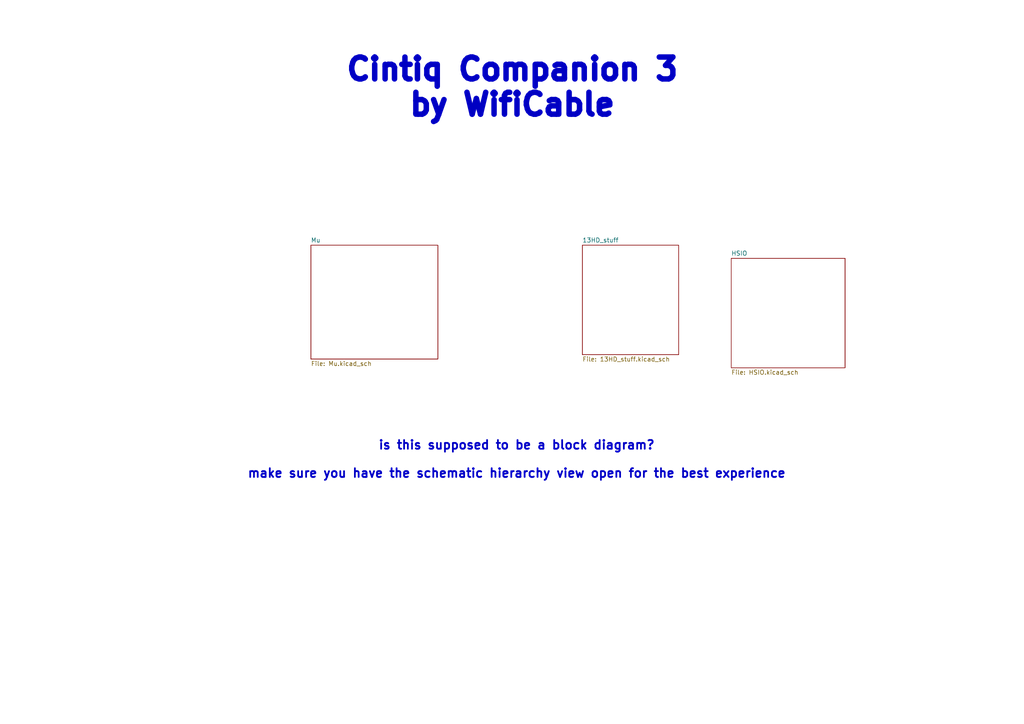
<source format=kicad_sch>
(kicad_sch
	(version 20231120)
	(generator "eeschema")
	(generator_version "8.0")
	(uuid "ef92970f-f7a1-4011-9c13-6d46a45b923d")
	(paper "A4")
	(title_block
		(title "Cintiq Companion 3")
		(company "WifiCable")
	)
	(lib_symbols)
	(text "is this supposed to be a block diagram?\n\nmake sure you have the schematic hierarchy view open for the best experience"
		(exclude_from_sim no)
		(at 149.86 133.35 0)
		(effects
			(font
				(size 2.54 2.54)
				(thickness 0.508)
				(bold yes)
			)
		)
		(uuid "03ad653c-5fc7-4fb3-b81b-1a99ce856d60")
	)
	(text "Cintiq Companion 3\nby WifiCable\n"
		(exclude_from_sim no)
		(at 148.59 25.4 0)
		(effects
			(font
				(size 6.35 6.35)
				(thickness 2.54)
				(bold yes)
			)
		)
		(uuid "0795a054-e1da-4402-b2cf-39330dc251ca")
	)
	(sheet
		(at 168.91 71.12)
		(size 27.94 31.75)
		(fields_autoplaced yes)
		(stroke
			(width 0.1524)
			(type solid)
		)
		(fill
			(color 0 0 0 0.0000)
		)
		(uuid "206b7ace-4f1e-41c6-b50c-e3e3b247f449")
		(property "Sheetname" "13HD_stuff"
			(at 168.91 70.4084 0)
			(effects
				(font
					(size 1.27 1.27)
				)
				(justify left bottom)
			)
		)
		(property "Sheetfile" "13HD_stuff.kicad_sch"
			(at 168.91 103.4546 0)
			(effects
				(font
					(size 1.27 1.27)
				)
				(justify left top)
			)
		)
		(instances
			(project "cintiq-companion-3"
				(path "/ef92970f-f7a1-4011-9c13-6d46a45b923d"
					(page "3")
				)
			)
		)
	)
	(sheet
		(at 212.09 74.93)
		(size 33.02 31.75)
		(fields_autoplaced yes)
		(stroke
			(width 0.1524)
			(type solid)
		)
		(fill
			(color 0 0 0 0.0000)
		)
		(uuid "96b88b3f-2d2c-4d3e-bc38-701809cf5f6f")
		(property "Sheetname" "HSIO"
			(at 212.09 74.2184 0)
			(effects
				(font
					(size 1.27 1.27)
				)
				(justify left bottom)
			)
		)
		(property "Sheetfile" "HSIO.kicad_sch"
			(at 212.09 107.2646 0)
			(effects
				(font
					(size 1.27 1.27)
				)
				(justify left top)
			)
		)
		(instances
			(project "cintiq-companion-3"
				(path "/ef92970f-f7a1-4011-9c13-6d46a45b923d"
					(page "4")
				)
			)
		)
	)
	(sheet
		(at 90.17 71.12)
		(size 36.83 33.02)
		(fields_autoplaced yes)
		(stroke
			(width 0.1524)
			(type solid)
		)
		(fill
			(color 0 0 0 0.0000)
		)
		(uuid "c53dd1a3-46f1-4176-9068-ac4182e520b6")
		(property "Sheetname" "Mu"
			(at 90.17 70.4084 0)
			(effects
				(font
					(size 1.27 1.27)
				)
				(justify left bottom)
			)
		)
		(property "Sheetfile" "Mu.kicad_sch"
			(at 90.17 104.7246 0)
			(effects
				(font
					(size 1.27 1.27)
				)
				(justify left top)
			)
		)
		(instances
			(project "cintiq-companion-3"
				(path "/ef92970f-f7a1-4011-9c13-6d46a45b923d"
					(page "2")
				)
			)
		)
	)
	(sheet_instances
		(path "/"
			(page "1")
		)
	)
)

</source>
